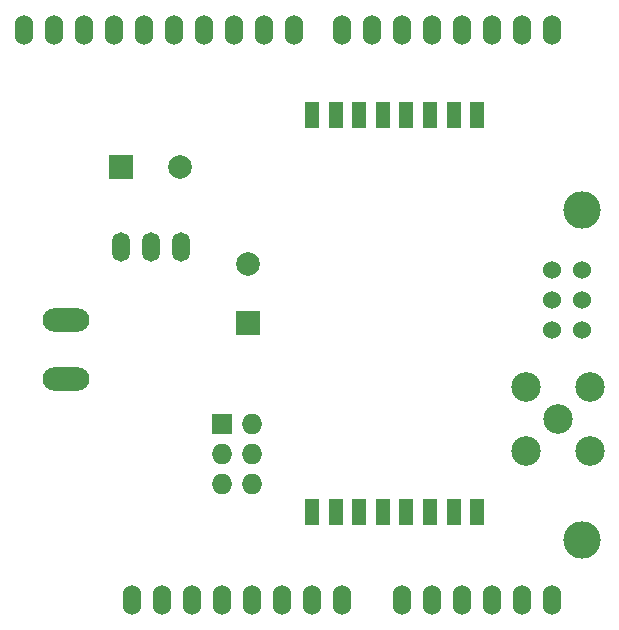
<source format=gbs>
G04 #@! TF.FileFunction,Soldermask,Bot*
%FSLAX46Y46*%
G04 Gerber Fmt 4.6, Leading zero omitted, Abs format (unit mm)*
G04 Created by KiCad (PCBNEW 4.0.2-4+6225~38~ubuntu15.10.1-stable) date vie 19 feb 2016 01:19:40 CLT*
%MOMM*%
G01*
G04 APERTURE LIST*
%ADD10C,0.150000*%
%ADD11O,1.524000X2.540000*%
%ADD12C,3.175000*%
%ADD13C,1.524000*%
%ADD14O,3.962400X1.981200*%
%ADD15C,2.500000*%
%ADD16O,1.501140X2.499360*%
%ADD17R,1.727200X1.727200*%
%ADD18O,1.727200X1.727200*%
%ADD19R,1.300000X2.300000*%
%ADD20R,2.000000X2.000000*%
%ADD21C,2.000000*%
G04 APERTURE END LIST*
D10*
D11*
X82080100Y-82092800D03*
X79540100Y-82092800D03*
X77000100Y-82092800D03*
X69380100Y-82092800D03*
X71920100Y-82092800D03*
X74460100Y-82092800D03*
X64300100Y-82092800D03*
X61760100Y-82092800D03*
X59220100Y-82092800D03*
X54140100Y-82092800D03*
X51600100Y-82092800D03*
X82080100Y-33832800D03*
X79540100Y-33832800D03*
X77000100Y-33832800D03*
X74460100Y-33832800D03*
X71920100Y-33832800D03*
X69380100Y-33832800D03*
X66840100Y-33832800D03*
X64300100Y-33832800D03*
X60236100Y-33832800D03*
X57696100Y-33832800D03*
X55156100Y-33832800D03*
X52616100Y-33832800D03*
X50076100Y-33832800D03*
X47536100Y-33832800D03*
X44996100Y-33832800D03*
X42456100Y-33832800D03*
X56680100Y-82092800D03*
D12*
X84620100Y-77012800D03*
X84620100Y-49072800D03*
D11*
X39916100Y-33832800D03*
X37376100Y-33832800D03*
X49060100Y-82092800D03*
X46520100Y-82092800D03*
D13*
X82080100Y-54152800D03*
X84620100Y-54152800D03*
X82080100Y-56692800D03*
X84620100Y-56692800D03*
X82080100Y-59232800D03*
X84620100Y-59232800D03*
D14*
X40932100Y-63412500D03*
X40932100Y-58412500D03*
D15*
X85300800Y-69438500D03*
X85300800Y-64038500D03*
X79900800Y-69438500D03*
X79900800Y-64038500D03*
X82600800Y-66738500D03*
D16*
X48171100Y-52197000D03*
X45631100Y-52197000D03*
X50711100Y-52197000D03*
D17*
X54140100Y-67221100D03*
D18*
X56680100Y-67221100D03*
X54140100Y-69761100D03*
X56680100Y-69761100D03*
X54140100Y-72301100D03*
X56680100Y-72301100D03*
D19*
X75780800Y-41008300D03*
X73780800Y-41008300D03*
X71780800Y-41008300D03*
X69780800Y-41008300D03*
X67780800Y-41008300D03*
X65780800Y-41008300D03*
X63780800Y-41008300D03*
X61780800Y-41008300D03*
X75780800Y-74602400D03*
X73780800Y-74602400D03*
X71780800Y-74602400D03*
X69780800Y-74602400D03*
X67780800Y-74602400D03*
X65780800Y-74602400D03*
X63780800Y-74602400D03*
X61780800Y-74602400D03*
D20*
X45631100Y-45427900D03*
D21*
X50631100Y-45427900D03*
D20*
X56324500Y-58674000D03*
D21*
X56324500Y-53674000D03*
M02*

</source>
